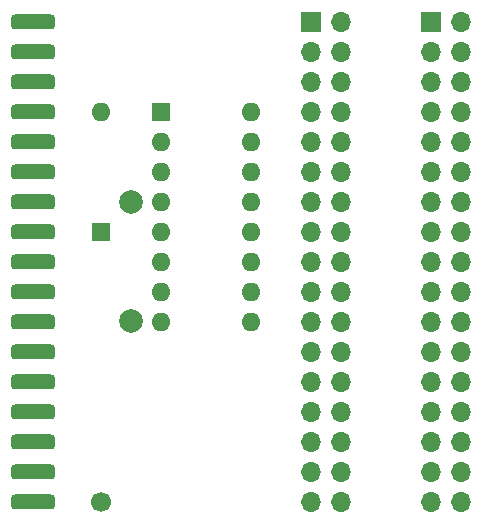
<source format=gbr>
%TF.GenerationSoftware,KiCad,Pcbnew,7.0.10+1*%
%TF.CreationDate,2024-01-16T21:52:30+01:00*%
%TF.ProjectId,QL_4_floppy_addon,514c5f34-5f66-46c6-9f70-70795f616464,00*%
%TF.SameCoordinates,Original*%
%TF.FileFunction,Soldermask,Bot*%
%TF.FilePolarity,Negative*%
%FSLAX46Y46*%
G04 Gerber Fmt 4.6, Leading zero omitted, Abs format (unit mm)*
G04 Created by KiCad (PCBNEW 7.0.10+1) date 2024-01-16 21:52:30*
%MOMM*%
%LPD*%
G01*
G04 APERTURE LIST*
G04 Aperture macros list*
%AMRoundRect*
0 Rectangle with rounded corners*
0 $1 Rounding radius*
0 $2 $3 $4 $5 $6 $7 $8 $9 X,Y pos of 4 corners*
0 Add a 4 corners polygon primitive as box body*
4,1,4,$2,$3,$4,$5,$6,$7,$8,$9,$2,$3,0*
0 Add four circle primitives for the rounded corners*
1,1,$1+$1,$2,$3*
1,1,$1+$1,$4,$5*
1,1,$1+$1,$6,$7*
1,1,$1+$1,$8,$9*
0 Add four rect primitives between the rounded corners*
20,1,$1+$1,$2,$3,$4,$5,0*
20,1,$1+$1,$4,$5,$6,$7,0*
20,1,$1+$1,$6,$7,$8,$9,0*
20,1,$1+$1,$8,$9,$2,$3,0*%
G04 Aperture macros list end*
%ADD10R,1.600000X1.600000*%
%ADD11O,1.600000X1.600000*%
%ADD12R,1.700000X1.700000*%
%ADD13O,1.700000X1.700000*%
%ADD14C,2.000000*%
%ADD15C,1.700000*%
%ADD16RoundRect,0.317500X-1.532500X-0.317500X1.532500X-0.317500X1.532500X0.317500X-1.532500X0.317500X0*%
G04 APERTURE END LIST*
D10*
%TO.C,U1*%
X139700000Y-81280000D03*
D11*
X139700000Y-83820000D03*
X139700000Y-86360000D03*
X139700000Y-88900000D03*
X139700000Y-91440000D03*
X139700000Y-93980000D03*
X139700000Y-96520000D03*
X139700000Y-99060000D03*
X147320000Y-99060000D03*
X147320000Y-96520000D03*
X147320000Y-93980000D03*
X147320000Y-91440000D03*
X147320000Y-88900000D03*
X147320000Y-86360000D03*
X147320000Y-83820000D03*
X147320000Y-81280000D03*
%TD*%
D12*
%TO.C,J3*%
X162560000Y-73660000D03*
D13*
X165100000Y-73660000D03*
X162560000Y-76200000D03*
X165100000Y-76200000D03*
X162560000Y-78740000D03*
X165100000Y-78740000D03*
X162560000Y-81280000D03*
X165100000Y-81280000D03*
X162560000Y-83820000D03*
X165100000Y-83820000D03*
X162560000Y-86360000D03*
X165100000Y-86360000D03*
X162560000Y-88900000D03*
X165100000Y-88900000D03*
X162560000Y-91440000D03*
X165100000Y-91440000D03*
X162560000Y-93980000D03*
X165100000Y-93980000D03*
X162560000Y-96520000D03*
X165100000Y-96520000D03*
X162560000Y-99060000D03*
X165100000Y-99060000D03*
X162560000Y-101600000D03*
X165100000Y-101600000D03*
X162560000Y-104140000D03*
X165100000Y-104140000D03*
X162560000Y-106680000D03*
X165100000Y-106680000D03*
X162560000Y-109220000D03*
X165100000Y-109220000D03*
X162560000Y-111760000D03*
X165100000Y-111760000D03*
X162560000Y-114300000D03*
X165100000Y-114300000D03*
%TD*%
D10*
%TO.C,D1*%
X134620000Y-91440000D03*
D11*
X134620000Y-81280000D03*
%TD*%
D14*
%TO.C,C1*%
X137160000Y-88900000D03*
X137160000Y-98900000D03*
%TD*%
D12*
%TO.C,J2*%
X152400000Y-73660000D03*
D13*
X154940000Y-73660000D03*
X152400000Y-76200000D03*
X154940000Y-76200000D03*
X152400000Y-78740000D03*
X154940000Y-78740000D03*
X152400000Y-81280000D03*
X154940000Y-81280000D03*
X152400000Y-83820000D03*
X154940000Y-83820000D03*
X152400000Y-86360000D03*
X154940000Y-86360000D03*
X152400000Y-88900000D03*
X154940000Y-88900000D03*
X152400000Y-91440000D03*
X154940000Y-91440000D03*
X152400000Y-93980000D03*
X154940000Y-93980000D03*
X152400000Y-96520000D03*
X154940000Y-96520000D03*
X152400000Y-99060000D03*
X154940000Y-99060000D03*
X152400000Y-101600000D03*
X154940000Y-101600000D03*
X152400000Y-104140000D03*
X154940000Y-104140000D03*
X152400000Y-106680000D03*
X154940000Y-106680000D03*
X152400000Y-109220000D03*
X154940000Y-109220000D03*
X152400000Y-111760000D03*
X154940000Y-111760000D03*
X152400000Y-114300000D03*
X154940000Y-114300000D03*
%TD*%
D15*
%TO.C,J4*%
X134620000Y-114300000D03*
%TD*%
D16*
%TO.C,J1*%
X128905000Y-73660000D03*
X128905000Y-76200000D03*
X128905000Y-78740000D03*
X128905000Y-81280000D03*
X128905000Y-83820000D03*
X128905000Y-86360000D03*
X128905000Y-88900000D03*
X128905000Y-91440000D03*
X128905000Y-93980000D03*
X128905000Y-96520000D03*
X128905000Y-99060000D03*
X128905000Y-101600000D03*
X128905000Y-104140000D03*
X128905000Y-106680000D03*
X128905000Y-109220000D03*
X128905000Y-111760000D03*
X128905000Y-114300000D03*
%TD*%
M02*

</source>
